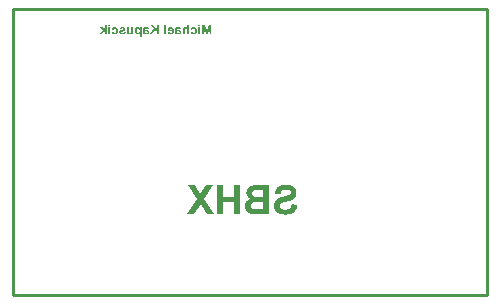
<source format=gbo>
G04 Layer_Color=32896*
%FSLAX25Y25*%
%MOIN*%
G70*
G01*
G75*
%ADD21C,0.01000*%
G36*
X63365Y87000D02*
X62752D01*
Y90194D01*
X63365D01*
Y87000D01*
D02*
G37*
G36*
X44764D02*
X44152D01*
Y89316D01*
X44764D01*
Y87000D01*
D02*
G37*
G36*
X74777D02*
X74165D01*
Y89316D01*
X74777D01*
Y87000D01*
D02*
G37*
G36*
X52468Y87848D02*
Y87789D01*
X52465Y87731D01*
X52459Y87679D01*
X52454Y87629D01*
X52448Y87585D01*
X52443Y87543D01*
X52434Y87504D01*
X52426Y87468D01*
X52421Y87438D01*
X52412Y87410D01*
X52407Y87388D01*
X52398Y87368D01*
X52395Y87355D01*
X52390Y87344D01*
X52387Y87338D01*
Y87335D01*
X52351Y87271D01*
X52310Y87213D01*
X52265Y87163D01*
X52221Y87125D01*
X52182Y87091D01*
X52149Y87069D01*
X52135Y87061D01*
X52127Y87055D01*
X52121Y87050D01*
X52118D01*
X52047Y87017D01*
X51974Y86992D01*
X51905Y86972D01*
X51839Y86961D01*
X51811Y86956D01*
X51783Y86953D01*
X51758Y86950D01*
X51739D01*
X51722Y86947D01*
X51700D01*
X51614Y86953D01*
X51534Y86964D01*
X51462Y86981D01*
X51396Y87000D01*
X51368Y87011D01*
X51343Y87019D01*
X51321Y87028D01*
X51301Y87036D01*
X51285Y87044D01*
X51274Y87047D01*
X51268Y87053D01*
X51265D01*
X51191Y87097D01*
X51124Y87144D01*
X51069Y87194D01*
X51019Y87241D01*
X50980Y87283D01*
X50966Y87299D01*
X50952Y87316D01*
X50944Y87330D01*
X50936Y87338D01*
X50933Y87344D01*
X50930Y87346D01*
Y87000D01*
X50362D01*
Y89316D01*
X50975D01*
Y88338D01*
Y88249D01*
X50977Y88169D01*
X50980Y88097D01*
X50983Y88030D01*
X50986Y87975D01*
X50988Y87922D01*
X50994Y87878D01*
X50997Y87839D01*
X51002Y87809D01*
X51008Y87781D01*
X51011Y87759D01*
X51013Y87742D01*
X51016Y87729D01*
X51019Y87720D01*
X51022Y87717D01*
Y87715D01*
X51044Y87670D01*
X51069Y87629D01*
X51096Y87590D01*
X51124Y87559D01*
X51152Y87535D01*
X51174Y87518D01*
X51188Y87504D01*
X51191Y87501D01*
X51193D01*
X51240Y87474D01*
X51288Y87451D01*
X51335Y87438D01*
X51379Y87427D01*
X51418Y87421D01*
X51445Y87418D01*
X51456Y87415D01*
X51473D01*
X51523Y87418D01*
X51567Y87427D01*
X51606Y87435D01*
X51639Y87449D01*
X51664Y87460D01*
X51684Y87468D01*
X51695Y87476D01*
X51700Y87479D01*
X51731Y87504D01*
X51756Y87532D01*
X51778Y87562D01*
X51794Y87590D01*
X51806Y87612D01*
X51817Y87634D01*
X51819Y87645D01*
X51822Y87651D01*
X51828Y87676D01*
X51833Y87709D01*
X51839Y87748D01*
X51841Y87792D01*
X51844Y87839D01*
X51847Y87889D01*
X51850Y87994D01*
X51853Y88044D01*
Y88091D01*
X51855Y88136D01*
Y88174D01*
Y88205D01*
Y88230D01*
Y88247D01*
Y88252D01*
Y89316D01*
X52468D01*
Y87848D01*
D02*
G37*
G36*
X65052Y89363D02*
X65132Y89352D01*
X65210Y89335D01*
X65279Y89316D01*
X65348Y89291D01*
X65409Y89263D01*
X65467Y89233D01*
X65520Y89202D01*
X65567Y89172D01*
X65608Y89141D01*
X65644Y89113D01*
X65672Y89089D01*
X65697Y89069D01*
X65714Y89053D01*
X65725Y89042D01*
X65728Y89039D01*
X65780Y88975D01*
X65827Y88906D01*
X65866Y88834D01*
X65899Y88759D01*
X65930Y88684D01*
X65955Y88609D01*
X65974Y88537D01*
X65988Y88465D01*
X66002Y88399D01*
X66010Y88338D01*
X66018Y88283D01*
X66021Y88233D01*
X66024Y88194D01*
X66027Y88163D01*
Y88152D01*
Y88144D01*
Y88141D01*
Y88139D01*
X66024Y88050D01*
X66016Y87967D01*
X66005Y87886D01*
X65991Y87812D01*
X65974Y87740D01*
X65955Y87673D01*
X65935Y87615D01*
X65913Y87559D01*
X65891Y87510D01*
X65872Y87465D01*
X65852Y87429D01*
X65836Y87399D01*
X65822Y87374D01*
X65808Y87355D01*
X65802Y87344D01*
X65799Y87341D01*
X65741Y87271D01*
X65678Y87211D01*
X65608Y87158D01*
X65536Y87114D01*
X65464Y87075D01*
X65390Y87044D01*
X65315Y87017D01*
X65246Y86997D01*
X65176Y86981D01*
X65113Y86970D01*
X65057Y86958D01*
X65007Y86953D01*
X64966Y86950D01*
X64949D01*
X64933Y86947D01*
X64908D01*
X64838Y86950D01*
X64772Y86956D01*
X64708Y86964D01*
X64647Y86975D01*
X64592Y86989D01*
X64539Y87003D01*
X64492Y87019D01*
X64448Y87036D01*
X64409Y87050D01*
X64373Y87067D01*
X64342Y87080D01*
X64318Y87094D01*
X64298Y87105D01*
X64284Y87114D01*
X64276Y87119D01*
X64273Y87122D01*
X64226Y87155D01*
X64185Y87194D01*
X64143Y87233D01*
X64107Y87277D01*
X64074Y87319D01*
X64043Y87360D01*
X64016Y87402D01*
X63991Y87443D01*
X63969Y87482D01*
X63949Y87518D01*
X63935Y87551D01*
X63921Y87579D01*
X63913Y87601D01*
X63905Y87621D01*
X63899Y87632D01*
Y87634D01*
X64509Y87737D01*
X64531Y87676D01*
X64553Y87623D01*
X64578Y87579D01*
X64603Y87543D01*
X64625Y87515D01*
X64642Y87496D01*
X64653Y87485D01*
X64658Y87482D01*
X64697Y87457D01*
X64736Y87438D01*
X64777Y87424D01*
X64816Y87415D01*
X64849Y87410D01*
X64874Y87404D01*
X64899D01*
X64938Y87407D01*
X64974Y87410D01*
X65043Y87427D01*
X65104Y87451D01*
X65154Y87479D01*
X65196Y87507D01*
X65212Y87521D01*
X65226Y87532D01*
X65237Y87540D01*
X65246Y87549D01*
X65248Y87551D01*
X65251Y87554D01*
X65276Y87585D01*
X65298Y87615D01*
X65318Y87651D01*
X65334Y87684D01*
X65359Y87756D01*
X65378Y87826D01*
X65384Y87856D01*
X65390Y87886D01*
X65392Y87911D01*
X65395Y87936D01*
Y87956D01*
X65398Y87969D01*
Y87978D01*
Y87981D01*
X63866D01*
Y88108D01*
X63874Y88227D01*
X63888Y88338D01*
X63908Y88440D01*
X63927Y88532D01*
X63952Y88618D01*
X63980Y88695D01*
X64005Y88765D01*
X64032Y88825D01*
X64060Y88878D01*
X64085Y88922D01*
X64107Y88958D01*
X64126Y88986D01*
X64140Y89006D01*
X64151Y89019D01*
X64154Y89022D01*
X64212Y89083D01*
X64273Y89136D01*
X64340Y89183D01*
X64406Y89222D01*
X64476Y89255D01*
X64542Y89283D01*
X64609Y89305D01*
X64672Y89324D01*
X64733Y89338D01*
X64789Y89346D01*
X64838Y89354D01*
X64883Y89360D01*
X64919Y89363D01*
X64946Y89366D01*
X64969D01*
X65052Y89363D01*
D02*
G37*
G36*
X48977D02*
X49060Y89357D01*
X49138Y89346D01*
X49210Y89332D01*
X49277Y89319D01*
X49337Y89302D01*
X49393Y89283D01*
X49440Y89263D01*
X49484Y89244D01*
X49520Y89224D01*
X49553Y89208D01*
X49578Y89194D01*
X49598Y89180D01*
X49612Y89169D01*
X49620Y89163D01*
X49623Y89161D01*
X49664Y89122D01*
X49700Y89080D01*
X49731Y89039D01*
X49758Y88994D01*
X49781Y88953D01*
X49800Y88911D01*
X49817Y88870D01*
X49828Y88831D01*
X49839Y88795D01*
X49844Y88759D01*
X49850Y88731D01*
X49855Y88704D01*
Y88684D01*
X49858Y88668D01*
Y88657D01*
Y88654D01*
X49855Y88593D01*
X49847Y88537D01*
X49833Y88482D01*
X49817Y88432D01*
X49795Y88385D01*
X49772Y88343D01*
X49747Y88305D01*
X49722Y88269D01*
X49698Y88238D01*
X49673Y88210D01*
X49650Y88186D01*
X49628Y88169D01*
X49612Y88152D01*
X49598Y88141D01*
X49589Y88136D01*
X49587Y88133D01*
X49567Y88122D01*
X49542Y88108D01*
X49490Y88083D01*
X49426Y88055D01*
X49357Y88030D01*
X49279Y88006D01*
X49202Y87981D01*
X49041Y87936D01*
X48966Y87914D01*
X48891Y87895D01*
X48825Y87878D01*
X48767Y87864D01*
X48739Y87859D01*
X48717Y87853D01*
X48698Y87848D01*
X48681Y87845D01*
X48667Y87842D01*
X48656Y87839D01*
X48651Y87836D01*
X48648D01*
X48592Y87823D01*
X48548Y87809D01*
X48515Y87795D01*
X48487Y87781D01*
X48465Y87773D01*
X48454Y87765D01*
X48445Y87759D01*
X48443Y87756D01*
X48429Y87737D01*
X48418Y87717D01*
X48410Y87698D01*
X48404Y87681D01*
X48401Y87665D01*
X48398Y87651D01*
Y87643D01*
Y87640D01*
X48401Y87604D01*
X48412Y87571D01*
X48423Y87543D01*
X48440Y87521D01*
X48454Y87501D01*
X48468Y87488D01*
X48479Y87479D01*
X48482Y87476D01*
X48531Y87449D01*
X48587Y87427D01*
X48645Y87413D01*
X48703Y87402D01*
X48756Y87396D01*
X48778Y87393D01*
X48797D01*
X48814Y87391D01*
X48836D01*
X48914Y87393D01*
X48980Y87404D01*
X49038Y87418D01*
X49085Y87438D01*
X49121Y87454D01*
X49149Y87468D01*
X49166Y87479D01*
X49169Y87482D01*
X49171D01*
X49213Y87521D01*
X49246Y87562D01*
X49274Y87609D01*
X49296Y87651D01*
X49310Y87692D01*
X49321Y87723D01*
X49324Y87737D01*
X49326Y87745D01*
X49329Y87751D01*
Y87753D01*
X49944Y87659D01*
X49927Y87598D01*
X49905Y87543D01*
X49880Y87488D01*
X49853Y87438D01*
X49825Y87393D01*
X49795Y87349D01*
X49764Y87310D01*
X49734Y87274D01*
X49706Y87244D01*
X49678Y87216D01*
X49653Y87194D01*
X49631Y87174D01*
X49612Y87158D01*
X49598Y87147D01*
X49589Y87141D01*
X49587Y87138D01*
X49531Y87105D01*
X49476Y87075D01*
X49415Y87050D01*
X49351Y87028D01*
X49290Y87008D01*
X49227Y86994D01*
X49166Y86981D01*
X49108Y86972D01*
X49052Y86964D01*
X49000Y86958D01*
X48955Y86953D01*
X48914Y86950D01*
X48880Y86947D01*
X48836D01*
X48742Y86950D01*
X48653Y86958D01*
X48570Y86970D01*
X48493Y86983D01*
X48423Y87000D01*
X48357Y87019D01*
X48299Y87039D01*
X48246Y87061D01*
X48202Y87083D01*
X48160Y87103D01*
X48127Y87122D01*
X48099Y87138D01*
X48077Y87152D01*
X48061Y87166D01*
X48052Y87172D01*
X48049Y87174D01*
X48002Y87219D01*
X47961Y87263D01*
X47925Y87310D01*
X47894Y87357D01*
X47869Y87404D01*
X47847Y87449D01*
X47831Y87493D01*
X47817Y87535D01*
X47806Y87573D01*
X47797Y87609D01*
X47792Y87643D01*
X47786Y87670D01*
Y87692D01*
X47783Y87709D01*
Y87720D01*
Y87723D01*
X47786Y87776D01*
X47792Y87826D01*
X47800Y87873D01*
X47814Y87917D01*
X47828Y87958D01*
X47844Y87994D01*
X47861Y88028D01*
X47880Y88058D01*
X47897Y88086D01*
X47916Y88111D01*
X47933Y88130D01*
X47947Y88147D01*
X47961Y88161D01*
X47969Y88169D01*
X47975Y88174D01*
X47977Y88177D01*
X48016Y88208D01*
X48063Y88235D01*
X48113Y88263D01*
X48166Y88288D01*
X48279Y88335D01*
X48393Y88374D01*
X48445Y88390D01*
X48495Y88404D01*
X48542Y88418D01*
X48581Y88429D01*
X48614Y88438D01*
X48639Y88443D01*
X48656Y88449D01*
X48662D01*
X48747Y88468D01*
X48825Y88487D01*
X48894Y88507D01*
X48955Y88524D01*
X49011Y88537D01*
X49055Y88551D01*
X49094Y88565D01*
X49127Y88576D01*
X49155Y88587D01*
X49180Y88595D01*
X49196Y88604D01*
X49210Y88609D01*
X49218Y88615D01*
X49224Y88618D01*
X49229Y88621D01*
X49249Y88640D01*
X49265Y88657D01*
X49277Y88676D01*
X49282Y88692D01*
X49288Y88709D01*
X49290Y88720D01*
Y88728D01*
Y88731D01*
X49288Y88759D01*
X49279Y88784D01*
X49268Y88806D01*
X49254Y88823D01*
X49243Y88836D01*
X49232Y88848D01*
X49224Y88853D01*
X49221Y88856D01*
X49199Y88867D01*
X49177Y88878D01*
X49121Y88895D01*
X49066Y88908D01*
X49008Y88917D01*
X48955Y88922D01*
X48933D01*
X48914Y88925D01*
X48875D01*
X48808Y88922D01*
X48747Y88914D01*
X48698Y88900D01*
X48656Y88889D01*
X48623Y88875D01*
X48601Y88861D01*
X48587Y88853D01*
X48581Y88850D01*
X48545Y88820D01*
X48515Y88789D01*
X48490Y88753D01*
X48470Y88720D01*
X48454Y88692D01*
X48445Y88668D01*
X48440Y88651D01*
X48437Y88648D01*
Y88645D01*
X47861Y88753D01*
X47880Y88809D01*
X47900Y88859D01*
X47925Y88908D01*
X47950Y88953D01*
X47975Y88994D01*
X48002Y89030D01*
X48027Y89064D01*
X48055Y89094D01*
X48080Y89122D01*
X48105Y89147D01*
X48127Y89166D01*
X48144Y89183D01*
X48160Y89194D01*
X48171Y89202D01*
X48180Y89208D01*
X48182Y89210D01*
X48229Y89238D01*
X48279Y89263D01*
X48332Y89283D01*
X48390Y89299D01*
X48506Y89327D01*
X48620Y89346D01*
X48673Y89352D01*
X48722Y89357D01*
X48770Y89360D01*
X48808Y89363D01*
X48842Y89366D01*
X48886D01*
X48977Y89363D01*
D02*
G37*
G36*
X97714Y27053D02*
X94116D01*
X93816Y27061D01*
X93541D01*
X93299Y27070D01*
X93083D01*
X92891Y27078D01*
X92724D01*
X92583Y27086D01*
X92458Y27095D01*
X92358D01*
X92275Y27103D01*
X92166D01*
X92133Y27111D01*
X92108D01*
X91833Y27161D01*
X91575Y27220D01*
X91358Y27295D01*
X91258Y27336D01*
X91167Y27378D01*
X91083Y27411D01*
X91017Y27453D01*
X90950Y27478D01*
X90900Y27511D01*
X90859Y27536D01*
X90833Y27553D01*
X90817Y27569D01*
X90808D01*
X90625Y27719D01*
X90459Y27886D01*
X90317Y28044D01*
X90192Y28203D01*
X90101Y28344D01*
X90059Y28403D01*
X90034Y28461D01*
X90009Y28502D01*
X89992Y28536D01*
X89976Y28552D01*
Y28561D01*
X89876Y28794D01*
X89801Y29019D01*
X89742Y29236D01*
X89709Y29427D01*
X89692Y29519D01*
X89684Y29594D01*
X89676Y29660D01*
Y29727D01*
X89667Y29769D01*
Y29802D01*
Y29827D01*
Y29835D01*
X89676Y29985D01*
X89684Y30135D01*
X89709Y30277D01*
X89742Y30410D01*
X89776Y30543D01*
X89817Y30660D01*
X89859Y30768D01*
X89901Y30876D01*
X89951Y30968D01*
X89992Y31043D01*
X90034Y31118D01*
X90067Y31176D01*
X90101Y31226D01*
X90126Y31260D01*
X90134Y31276D01*
X90142Y31285D01*
X90234Y31393D01*
X90334Y31501D01*
X90550Y31684D01*
X90775Y31834D01*
X90992Y31951D01*
X91092Y32001D01*
X91183Y32043D01*
X91275Y32084D01*
X91350Y32109D01*
X91408Y32134D01*
X91450Y32151D01*
X91483Y32159D01*
X91492D01*
X91267Y32276D01*
X91075Y32409D01*
X90908Y32542D01*
X90767Y32684D01*
X90659Y32809D01*
X90575Y32909D01*
X90542Y32951D01*
X90525Y32976D01*
X90509Y32992D01*
Y33001D01*
X90442Y33109D01*
X90384Y33217D01*
X90300Y33434D01*
X90234Y33642D01*
X90184Y33834D01*
X90175Y33917D01*
X90159Y34000D01*
X90150Y34067D01*
Y34125D01*
X90142Y34175D01*
Y34209D01*
Y34233D01*
Y34242D01*
X90159Y34467D01*
X90192Y34675D01*
X90234Y34867D01*
X90292Y35033D01*
X90317Y35100D01*
X90350Y35166D01*
X90375Y35225D01*
X90392Y35275D01*
X90417Y35308D01*
X90425Y35333D01*
X90442Y35350D01*
Y35358D01*
X90559Y35533D01*
X90675Y35691D01*
X90800Y35833D01*
X90917Y35950D01*
X91017Y36033D01*
X91100Y36099D01*
X91133Y36124D01*
X91158Y36141D01*
X91167Y36158D01*
X91175D01*
X91342Y36266D01*
X91517Y36349D01*
X91691Y36416D01*
X91841Y36474D01*
X91983Y36516D01*
X92041Y36524D01*
X92091Y36541D01*
X92125Y36549D01*
X92158D01*
X92175Y36557D01*
X92183D01*
X92291Y36574D01*
X92416Y36591D01*
X92550Y36608D01*
X92683Y36616D01*
X92966Y36632D01*
X93241Y36649D01*
X93491D01*
X93599Y36658D01*
X97714D01*
Y27053D01*
D02*
G37*
G36*
X103720Y36807D02*
X103903Y36791D01*
X104087Y36774D01*
X104253Y36749D01*
X104403Y36716D01*
X104553Y36683D01*
X104678Y36658D01*
X104803Y36624D01*
X104903Y36591D01*
X104994Y36566D01*
X105069Y36533D01*
X105128Y36516D01*
X105178Y36499D01*
X105203Y36483D01*
X105211D01*
X105353Y36416D01*
X105486Y36349D01*
X105611Y36266D01*
X105728Y36191D01*
X105836Y36108D01*
X105936Y36024D01*
X106027Y35950D01*
X106102Y35875D01*
X106177Y35800D01*
X106236Y35733D01*
X106294Y35666D01*
X106336Y35616D01*
X106369Y35566D01*
X106394Y35533D01*
X106402Y35516D01*
X106411Y35508D01*
X106486Y35391D01*
X106544Y35266D01*
X106602Y35150D01*
X106644Y35025D01*
X106719Y34800D01*
X106769Y34592D01*
X106786Y34492D01*
X106794Y34408D01*
X106802Y34333D01*
X106810Y34267D01*
X106819Y34217D01*
Y34175D01*
Y34150D01*
Y34142D01*
X106810Y33934D01*
X106777Y33734D01*
X106736Y33542D01*
X106677Y33359D01*
X106611Y33192D01*
X106536Y33026D01*
X106461Y32884D01*
X106377Y32751D01*
X106294Y32626D01*
X106219Y32517D01*
X106144Y32426D01*
X106077Y32351D01*
X106019Y32293D01*
X105977Y32243D01*
X105944Y32218D01*
X105936Y32209D01*
X105811Y32109D01*
X105661Y32009D01*
X105503Y31909D01*
X105328Y31826D01*
X104970Y31659D01*
X104611Y31526D01*
X104436Y31460D01*
X104278Y31410D01*
X104137Y31368D01*
X104003Y31326D01*
X103903Y31301D01*
X103820Y31276D01*
X103770Y31268D01*
X103762Y31260D01*
X103753D01*
X103537Y31210D01*
X103337Y31160D01*
X103154Y31110D01*
X102995Y31068D01*
X102854Y31026D01*
X102729Y30993D01*
X102612Y30968D01*
X102521Y30943D01*
X102437Y30918D01*
X102371Y30893D01*
X102312Y30876D01*
X102271Y30868D01*
X102237Y30860D01*
X102212Y30852D01*
X102196Y30843D01*
X102021Y30777D01*
X101879Y30702D01*
X101754Y30635D01*
X101654Y30568D01*
X101587Y30510D01*
X101538Y30468D01*
X101504Y30435D01*
X101496Y30427D01*
X101429Y30335D01*
X101379Y30235D01*
X101346Y30135D01*
X101321Y30044D01*
X101304Y29969D01*
X101296Y29902D01*
Y29860D01*
Y29844D01*
X101304Y29744D01*
X101313Y29652D01*
X101338Y29560D01*
X101371Y29477D01*
X101446Y29319D01*
X101529Y29186D01*
X101621Y29077D01*
X101696Y28994D01*
X101729Y28961D01*
X101754Y28936D01*
X101762Y28927D01*
X101771Y28919D01*
X101862Y28852D01*
X101971Y28794D01*
X102196Y28694D01*
X102429Y28627D01*
X102654Y28577D01*
X102762Y28561D01*
X102862Y28552D01*
X102954Y28536D01*
X103029D01*
X103095Y28527D01*
X103187D01*
X103345Y28536D01*
X103503Y28544D01*
X103645Y28569D01*
X103778Y28594D01*
X103903Y28627D01*
X104020Y28669D01*
X104128Y28711D01*
X104220Y28752D01*
X104303Y28786D01*
X104378Y28827D01*
X104445Y28869D01*
X104495Y28902D01*
X104536Y28927D01*
X104570Y28952D01*
X104586Y28961D01*
X104595Y28969D01*
X104686Y29061D01*
X104770Y29152D01*
X104920Y29377D01*
X105036Y29602D01*
X105128Y29835D01*
X105169Y29943D01*
X105194Y30044D01*
X105219Y30135D01*
X105244Y30210D01*
X105261Y30277D01*
X105269Y30327D01*
X105278Y30360D01*
Y30368D01*
X107169Y30185D01*
X107127Y29893D01*
X107069Y29619D01*
X106994Y29360D01*
X106910Y29119D01*
X106819Y28902D01*
X106719Y28694D01*
X106619Y28511D01*
X106519Y28352D01*
X106419Y28203D01*
X106327Y28078D01*
X106244Y27969D01*
X106169Y27886D01*
X106102Y27819D01*
X106052Y27769D01*
X106019Y27736D01*
X106011Y27728D01*
X105819Y27578D01*
X105611Y27453D01*
X105386Y27336D01*
X105161Y27245D01*
X104928Y27161D01*
X104686Y27095D01*
X104461Y27036D01*
X104236Y26995D01*
X104028Y26953D01*
X103828Y26928D01*
X103653Y26911D01*
X103503Y26903D01*
X103378Y26895D01*
X103329Y26886D01*
X103204D01*
X102970Y26895D01*
X102754Y26903D01*
X102545Y26920D01*
X102354Y26945D01*
X102171Y26970D01*
X101996Y26995D01*
X101838Y27028D01*
X101696Y27061D01*
X101563Y27095D01*
X101454Y27128D01*
X101354Y27153D01*
X101271Y27178D01*
X101204Y27203D01*
X101163Y27220D01*
X101129Y27236D01*
X101121D01*
X100971Y27303D01*
X100821Y27386D01*
X100688Y27461D01*
X100563Y27553D01*
X100446Y27636D01*
X100338Y27728D01*
X100246Y27819D01*
X100155Y27903D01*
X100080Y27986D01*
X100013Y28061D01*
X99955Y28128D01*
X99905Y28186D01*
X99872Y28236D01*
X99847Y28269D01*
X99830Y28294D01*
X99822Y28302D01*
X99738Y28436D01*
X99663Y28577D01*
X99605Y28719D01*
X99555Y28852D01*
X99472Y29111D01*
X99438Y29236D01*
X99413Y29352D01*
X99397Y29452D01*
X99380Y29552D01*
X99372Y29635D01*
X99363Y29710D01*
X99355Y29769D01*
Y29819D01*
Y29844D01*
Y29852D01*
Y30018D01*
X99372Y30177D01*
X99388Y30327D01*
X99413Y30477D01*
X99447Y30610D01*
X99480Y30735D01*
X99513Y30852D01*
X99547Y30951D01*
X99580Y31051D01*
X99613Y31135D01*
X99647Y31210D01*
X99680Y31268D01*
X99705Y31310D01*
X99722Y31351D01*
X99730Y31368D01*
X99738Y31376D01*
X99897Y31593D01*
X100063Y31793D01*
X100246Y31959D01*
X100413Y32093D01*
X100571Y32209D01*
X100638Y32251D01*
X100688Y32284D01*
X100738Y32318D01*
X100771Y32334D01*
X100796Y32351D01*
X100804D01*
X100938Y32418D01*
X101088Y32484D01*
X101246Y32551D01*
X101413Y32609D01*
X101762Y32726D01*
X102104Y32834D01*
X102262Y32876D01*
X102412Y32917D01*
X102545Y32951D01*
X102662Y32984D01*
X102762Y33009D01*
X102837Y33026D01*
X102879Y33042D01*
X102895D01*
X103145Y33101D01*
X103378Y33167D01*
X103587Y33226D01*
X103770Y33284D01*
X103937Y33342D01*
X104078Y33392D01*
X104211Y33442D01*
X104320Y33492D01*
X104411Y33534D01*
X104486Y33567D01*
X104553Y33600D01*
X104595Y33634D01*
X104636Y33650D01*
X104661Y33667D01*
X104670Y33684D01*
X104678D01*
X104770Y33775D01*
X104845Y33875D01*
X104895Y33975D01*
X104928Y34067D01*
X104945Y34150D01*
X104953Y34209D01*
X104961Y34250D01*
Y34267D01*
X104945Y34400D01*
X104911Y34517D01*
X104870Y34625D01*
X104811Y34708D01*
X104753Y34775D01*
X104711Y34825D01*
X104678Y34858D01*
X104661Y34867D01*
X104570Y34925D01*
X104461Y34983D01*
X104253Y35067D01*
X104028Y35133D01*
X103820Y35175D01*
X103720Y35191D01*
X103628Y35200D01*
X103545Y35208D01*
X103479D01*
X103420Y35216D01*
X103187D01*
X103054Y35200D01*
X102920Y35183D01*
X102804Y35166D01*
X102687Y35141D01*
X102587Y35116D01*
X102496Y35083D01*
X102421Y35058D01*
X102346Y35025D01*
X102287Y34991D01*
X102229Y34966D01*
X102187Y34942D01*
X102154Y34925D01*
X102129Y34908D01*
X102121Y34892D01*
X102112D01*
X102037Y34825D01*
X101971Y34750D01*
X101854Y34592D01*
X101754Y34408D01*
X101688Y34233D01*
X101629Y34075D01*
X101612Y34009D01*
X101596Y33950D01*
X101587Y33900D01*
X101579Y33859D01*
X101571Y33834D01*
Y33825D01*
X99630Y33909D01*
X99647Y34150D01*
X99688Y34383D01*
X99738Y34600D01*
X99805Y34800D01*
X99880Y34983D01*
X99955Y35158D01*
X100047Y35316D01*
X100130Y35466D01*
X100221Y35591D01*
X100305Y35708D01*
X100380Y35800D01*
X100455Y35883D01*
X100513Y35941D01*
X100555Y35991D01*
X100588Y36016D01*
X100596Y36024D01*
X100779Y36166D01*
X100971Y36291D01*
X101188Y36399D01*
X101404Y36491D01*
X101629Y36566D01*
X101854Y36632D01*
X102079Y36683D01*
X102296Y36724D01*
X102504Y36757D01*
X102695Y36783D01*
X102870Y36799D01*
X103020Y36816D01*
X103145D01*
X103195Y36824D01*
X103520D01*
X103720Y36807D01*
D02*
G37*
G36*
X88026Y27053D02*
X86085D01*
Y31251D01*
X82295D01*
Y27053D01*
X80354D01*
Y36658D01*
X82295D01*
Y32876D01*
X86085D01*
Y36658D01*
X88026D01*
Y27053D01*
D02*
G37*
G36*
X53991Y89360D02*
X54071Y89349D01*
X54143Y89332D01*
X54204Y89313D01*
X54232Y89302D01*
X54257Y89291D01*
X54276Y89283D01*
X54296Y89274D01*
X54310Y89269D01*
X54321Y89263D01*
X54326Y89258D01*
X54329D01*
X54396Y89213D01*
X54456Y89169D01*
X54506Y89122D01*
X54548Y89075D01*
X54584Y89036D01*
X54609Y89003D01*
X54617Y88992D01*
X54623Y88983D01*
X54628Y88978D01*
Y89316D01*
X55199D01*
Y86119D01*
X54587D01*
Y87283D01*
X54523Y87219D01*
X54462Y87166D01*
X54406Y87119D01*
X54360Y87083D01*
X54318Y87055D01*
X54301Y87047D01*
X54287Y87036D01*
X54276Y87031D01*
X54265Y87025D01*
X54263Y87022D01*
X54260D01*
X54199Y86997D01*
X54141Y86978D01*
X54080Y86967D01*
X54027Y86956D01*
X53980Y86950D01*
X53961D01*
X53944Y86947D01*
X53911D01*
X53836Y86950D01*
X53764Y86961D01*
X53697Y86978D01*
X53634Y86997D01*
X53573Y87022D01*
X53515Y87050D01*
X53462Y87078D01*
X53415Y87108D01*
X53373Y87138D01*
X53335Y87166D01*
X53301Y87194D01*
X53274Y87219D01*
X53251Y87238D01*
X53238Y87255D01*
X53227Y87266D01*
X53224Y87269D01*
X53174Y87332D01*
X53130Y87399D01*
X53091Y87471D01*
X53058Y87546D01*
X53030Y87621D01*
X53008Y87695D01*
X52988Y87767D01*
X52974Y87839D01*
X52963Y87906D01*
X52952Y87969D01*
X52947Y88025D01*
X52944Y88075D01*
X52941Y88113D01*
X52938Y88130D01*
Y88144D01*
Y88155D01*
Y88163D01*
Y88166D01*
Y88169D01*
X52941Y88271D01*
X52950Y88368D01*
X52963Y88460D01*
X52983Y88543D01*
X53005Y88623D01*
X53027Y88695D01*
X53052Y88759D01*
X53080Y88820D01*
X53105Y88872D01*
X53132Y88917D01*
X53154Y88956D01*
X53177Y88989D01*
X53196Y89014D01*
X53210Y89033D01*
X53218Y89044D01*
X53221Y89047D01*
X53276Y89102D01*
X53332Y89152D01*
X53390Y89194D01*
X53448Y89233D01*
X53506Y89263D01*
X53562Y89288D01*
X53617Y89310D01*
X53670Y89327D01*
X53720Y89338D01*
X53764Y89349D01*
X53805Y89357D01*
X53842Y89360D01*
X53869Y89363D01*
X53888Y89366D01*
X53908D01*
X53991Y89360D01*
D02*
G37*
G36*
X75998Y32051D02*
X79321Y27053D01*
X76989D01*
X74857Y30302D01*
X72732Y27053D01*
X70392D01*
X73707Y32051D01*
X70683Y36658D01*
X72941D01*
X74848Y33784D01*
X76748Y36658D01*
X79013D01*
X75998Y32051D01*
D02*
G37*
G36*
X67509Y89363D02*
X67583Y89357D01*
X67655Y89352D01*
X67722Y89341D01*
X67783Y89327D01*
X67838Y89313D01*
X67891Y89299D01*
X67935Y89285D01*
X67977Y89269D01*
X68010Y89255D01*
X68041Y89241D01*
X68063Y89227D01*
X68082Y89216D01*
X68096Y89210D01*
X68104Y89205D01*
X68107Y89202D01*
X68148Y89169D01*
X68187Y89136D01*
X68221Y89097D01*
X68254Y89058D01*
X68284Y89017D01*
X68309Y88975D01*
X68334Y88933D01*
X68353Y88895D01*
X68373Y88856D01*
X68387Y88820D01*
X68401Y88789D01*
X68412Y88762D01*
X68417Y88740D01*
X68423Y88720D01*
X68428Y88709D01*
Y88706D01*
X67871Y88607D01*
X67849Y88662D01*
X67824Y88709D01*
X67800Y88748D01*
X67777Y88778D01*
X67755Y88803D01*
X67738Y88820D01*
X67728Y88828D01*
X67725Y88831D01*
X67689Y88853D01*
X67647Y88870D01*
X67603Y88881D01*
X67564Y88889D01*
X67525Y88895D01*
X67498Y88898D01*
X67426D01*
X67387Y88895D01*
X67348Y88889D01*
X67315Y88886D01*
X67284Y88881D01*
X67259Y88872D01*
X67234Y88867D01*
X67212Y88859D01*
X67196Y88850D01*
X67179Y88845D01*
X67157Y88831D01*
X67143Y88823D01*
X67140Y88820D01*
X67110Y88787D01*
X67088Y88751D01*
X67074Y88709D01*
X67063Y88668D01*
X67057Y88629D01*
X67052Y88598D01*
Y88587D01*
Y88579D01*
Y88573D01*
Y88571D01*
Y88510D01*
X67085Y88496D01*
X67124Y88482D01*
X67168Y88468D01*
X67215Y88454D01*
X67315Y88429D01*
X67412Y88407D01*
X67459Y88396D01*
X67503Y88388D01*
X67545Y88380D01*
X67581Y88371D01*
X67608Y88366D01*
X67630Y88360D01*
X67644Y88357D01*
X67650D01*
X67708Y88346D01*
X67764Y88332D01*
X67813Y88321D01*
X67860Y88310D01*
X67905Y88296D01*
X67944Y88285D01*
X67980Y88274D01*
X68013Y88263D01*
X68043Y88252D01*
X68068Y88244D01*
X68088Y88235D01*
X68107Y88227D01*
X68121Y88222D01*
X68129Y88216D01*
X68135Y88213D01*
X68137D01*
X68198Y88180D01*
X68251Y88144D01*
X68295Y88103D01*
X68331Y88066D01*
X68362Y88030D01*
X68384Y88003D01*
X68389Y87992D01*
X68395Y87983D01*
X68401Y87981D01*
Y87978D01*
X68431Y87920D01*
X68453Y87859D01*
X68470Y87801D01*
X68481Y87748D01*
X68486Y87701D01*
X68489Y87681D01*
Y87665D01*
X68492Y87651D01*
Y87640D01*
Y87634D01*
Y87632D01*
X68489Y87576D01*
X68484Y87526D01*
X68473Y87476D01*
X68459Y87429D01*
X68445Y87388D01*
X68428Y87346D01*
X68409Y87310D01*
X68389Y87274D01*
X68370Y87244D01*
X68351Y87219D01*
X68334Y87197D01*
X68320Y87177D01*
X68306Y87161D01*
X68295Y87150D01*
X68290Y87144D01*
X68287Y87141D01*
X68246Y87108D01*
X68204Y87078D01*
X68160Y87053D01*
X68112Y87031D01*
X68065Y87011D01*
X68018Y86994D01*
X67974Y86981D01*
X67930Y86972D01*
X67888Y86964D01*
X67849Y86958D01*
X67813Y86953D01*
X67783Y86950D01*
X67758Y86947D01*
X67725D01*
X67650Y86950D01*
X67578Y86958D01*
X67514Y86972D01*
X67456Y86986D01*
X67431Y86992D01*
X67409Y86997D01*
X67390Y87006D01*
X67373Y87011D01*
X67359Y87017D01*
X67351Y87019D01*
X67345Y87022D01*
X67342D01*
X67276Y87055D01*
X67215Y87091D01*
X67157Y87130D01*
X67107Y87166D01*
X67065Y87199D01*
X67049Y87213D01*
X67035Y87227D01*
X67024Y87238D01*
X67016Y87247D01*
X67010Y87249D01*
X67007Y87252D01*
X67005Y87244D01*
X66999Y87233D01*
X66993Y87211D01*
X66991Y87199D01*
X66988Y87188D01*
X66985Y87183D01*
Y87180D01*
X66971Y87138D01*
X66960Y87103D01*
X66949Y87072D01*
X66941Y87044D01*
X66935Y87025D01*
X66930Y87011D01*
X66924Y87003D01*
Y87000D01*
X66317D01*
X66345Y87061D01*
X66367Y87116D01*
X66387Y87169D01*
X66403Y87216D01*
X66414Y87252D01*
X66423Y87283D01*
X66426Y87294D01*
Y87302D01*
X66428Y87305D01*
Y87308D01*
X66434Y87338D01*
X66437Y87368D01*
X66445Y87440D01*
X66451Y87515D01*
X66453Y87587D01*
Y87623D01*
Y87654D01*
X66456Y87684D01*
Y87709D01*
Y87731D01*
Y87745D01*
Y87756D01*
Y87759D01*
X66448Y88474D01*
Y88546D01*
X66451Y88612D01*
X66456Y88673D01*
X66462Y88728D01*
X66467Y88778D01*
X66473Y88823D01*
X66481Y88861D01*
X66489Y88898D01*
X66498Y88928D01*
X66503Y88953D01*
X66511Y88975D01*
X66517Y88992D01*
X66523Y89006D01*
X66528Y89014D01*
X66531Y89019D01*
Y89022D01*
X66548Y89050D01*
X66567Y89075D01*
X66611Y89125D01*
X66658Y89166D01*
X66705Y89202D01*
X66747Y89230D01*
X66766Y89241D01*
X66783Y89252D01*
X66797Y89258D01*
X66808Y89263D01*
X66813Y89269D01*
X66816D01*
X66855Y89285D01*
X66899Y89302D01*
X66946Y89313D01*
X66996Y89324D01*
X67096Y89341D01*
X67196Y89354D01*
X67243Y89357D01*
X67284Y89360D01*
X67323Y89363D01*
X67359D01*
X67387Y89366D01*
X67426D01*
X67509Y89363D01*
D02*
G37*
G36*
X56841D02*
X56916Y89357D01*
X56988Y89352D01*
X57055Y89341D01*
X57116Y89327D01*
X57171Y89313D01*
X57224Y89299D01*
X57268Y89285D01*
X57310Y89269D01*
X57343Y89255D01*
X57373Y89241D01*
X57395Y89227D01*
X57415Y89216D01*
X57429Y89210D01*
X57437Y89205D01*
X57440Y89202D01*
X57481Y89169D01*
X57520Y89136D01*
X57553Y89097D01*
X57586Y89058D01*
X57617Y89017D01*
X57642Y88975D01*
X57667Y88933D01*
X57686Y88895D01*
X57706Y88856D01*
X57719Y88820D01*
X57733Y88789D01*
X57744Y88762D01*
X57750Y88740D01*
X57756Y88720D01*
X57761Y88709D01*
Y88706D01*
X57204Y88607D01*
X57182Y88662D01*
X57157Y88709D01*
X57132Y88748D01*
X57110Y88778D01*
X57088Y88803D01*
X57071Y88820D01*
X57060Y88828D01*
X57057Y88831D01*
X57021Y88853D01*
X56980Y88870D01*
X56936Y88881D01*
X56897Y88889D01*
X56858Y88895D01*
X56830Y88898D01*
X56758D01*
X56719Y88895D01*
X56681Y88889D01*
X56647Y88886D01*
X56617Y88881D01*
X56592Y88872D01*
X56567Y88867D01*
X56545Y88859D01*
X56528Y88850D01*
X56512Y88845D01*
X56490Y88831D01*
X56476Y88823D01*
X56473Y88820D01*
X56442Y88787D01*
X56420Y88751D01*
X56406Y88709D01*
X56395Y88668D01*
X56390Y88629D01*
X56384Y88598D01*
Y88587D01*
Y88579D01*
Y88573D01*
Y88571D01*
Y88510D01*
X56418Y88496D01*
X56456Y88482D01*
X56501Y88468D01*
X56548Y88454D01*
X56647Y88429D01*
X56744Y88407D01*
X56792Y88396D01*
X56836Y88388D01*
X56877Y88380D01*
X56913Y88371D01*
X56941Y88366D01*
X56963Y88360D01*
X56977Y88357D01*
X56983D01*
X57041Y88346D01*
X57096Y88332D01*
X57146Y88321D01*
X57193Y88310D01*
X57237Y88296D01*
X57276Y88285D01*
X57312Y88274D01*
X57345Y88263D01*
X57376Y88252D01*
X57401Y88244D01*
X57420Y88235D01*
X57440Y88227D01*
X57454Y88222D01*
X57462Y88216D01*
X57467Y88213D01*
X57470D01*
X57531Y88180D01*
X57584Y88144D01*
X57628Y88103D01*
X57664Y88066D01*
X57695Y88030D01*
X57717Y88003D01*
X57722Y87992D01*
X57728Y87983D01*
X57733Y87981D01*
Y87978D01*
X57764Y87920D01*
X57786Y87859D01*
X57803Y87801D01*
X57814Y87748D01*
X57819Y87701D01*
X57822Y87681D01*
Y87665D01*
X57825Y87651D01*
Y87640D01*
Y87634D01*
Y87632D01*
X57822Y87576D01*
X57816Y87526D01*
X57805Y87476D01*
X57792Y87429D01*
X57778Y87388D01*
X57761Y87346D01*
X57742Y87310D01*
X57722Y87274D01*
X57703Y87244D01*
X57683Y87219D01*
X57667Y87197D01*
X57653Y87177D01*
X57639Y87161D01*
X57628Y87150D01*
X57622Y87144D01*
X57620Y87141D01*
X57578Y87108D01*
X57537Y87078D01*
X57492Y87053D01*
X57445Y87031D01*
X57398Y87011D01*
X57351Y86994D01*
X57307Y86981D01*
X57262Y86972D01*
X57221Y86964D01*
X57182Y86958D01*
X57146Y86953D01*
X57116Y86950D01*
X57091Y86947D01*
X57057D01*
X56983Y86950D01*
X56911Y86958D01*
X56847Y86972D01*
X56789Y86986D01*
X56764Y86992D01*
X56742Y86997D01*
X56722Y87006D01*
X56706Y87011D01*
X56692Y87017D01*
X56683Y87019D01*
X56678Y87022D01*
X56675D01*
X56609Y87055D01*
X56548Y87091D01*
X56490Y87130D01*
X56440Y87166D01*
X56398Y87199D01*
X56382Y87213D01*
X56368Y87227D01*
X56357Y87238D01*
X56348Y87247D01*
X56343Y87249D01*
X56340Y87252D01*
X56337Y87244D01*
X56332Y87233D01*
X56326Y87211D01*
X56323Y87199D01*
X56321Y87188D01*
X56318Y87183D01*
Y87180D01*
X56304Y87138D01*
X56293Y87103D01*
X56282Y87072D01*
X56274Y87044D01*
X56268Y87025D01*
X56262Y87011D01*
X56257Y87003D01*
Y87000D01*
X55650D01*
X55678Y87061D01*
X55700Y87116D01*
X55720Y87169D01*
X55736Y87216D01*
X55747Y87252D01*
X55756Y87283D01*
X55758Y87294D01*
Y87302D01*
X55761Y87305D01*
Y87308D01*
X55767Y87338D01*
X55769Y87368D01*
X55778Y87440D01*
X55783Y87515D01*
X55786Y87587D01*
Y87623D01*
Y87654D01*
X55789Y87684D01*
Y87709D01*
Y87731D01*
Y87745D01*
Y87756D01*
Y87759D01*
X55781Y88474D01*
Y88546D01*
X55783Y88612D01*
X55789Y88673D01*
X55794Y88728D01*
X55800Y88778D01*
X55805Y88823D01*
X55814Y88861D01*
X55822Y88898D01*
X55830Y88928D01*
X55836Y88953D01*
X55844Y88975D01*
X55850Y88992D01*
X55855Y89006D01*
X55861Y89014D01*
X55864Y89019D01*
Y89022D01*
X55880Y89050D01*
X55900Y89075D01*
X55944Y89125D01*
X55991Y89166D01*
X56038Y89202D01*
X56080Y89230D01*
X56099Y89241D01*
X56116Y89252D01*
X56129Y89258D01*
X56141Y89263D01*
X56146Y89269D01*
X56149D01*
X56188Y89285D01*
X56232Y89302D01*
X56279Y89313D01*
X56329Y89324D01*
X56429Y89341D01*
X56528Y89354D01*
X56576Y89357D01*
X56617Y89360D01*
X56656Y89363D01*
X56692D01*
X56719Y89366D01*
X56758D01*
X56841Y89363D01*
D02*
G37*
G36*
X43545Y87000D02*
X42933D01*
Y87740D01*
X42651Y88039D01*
X42066Y87000D01*
X41407D01*
X42255Y88468D01*
X41462Y89316D01*
X42216D01*
X42933Y88499D01*
Y90194D01*
X43545D01*
Y87000D01*
D02*
G37*
G36*
X60872D02*
X60226D01*
Y87964D01*
X59706Y88499D01*
X58828Y87000D01*
X57994D01*
X59262Y88950D01*
X58060Y90194D01*
X58927D01*
X60226Y88776D01*
Y90194D01*
X60872D01*
Y87000D01*
D02*
G37*
G36*
X74777Y89626D02*
X74165D01*
Y90194D01*
X74777D01*
Y89626D01*
D02*
G37*
G36*
X44764D02*
X44152D01*
Y90194D01*
X44764D01*
Y89626D01*
D02*
G37*
G36*
X71060Y87000D02*
X70448D01*
Y88158D01*
Y88210D01*
X70445Y88260D01*
X70442Y88307D01*
X70439Y88349D01*
X70434Y88388D01*
X70431Y88424D01*
X70425Y88457D01*
X70420Y88487D01*
X70414Y88512D01*
X70409Y88535D01*
X70406Y88554D01*
X70401Y88571D01*
X70398Y88582D01*
X70395Y88593D01*
X70392Y88595D01*
Y88598D01*
X70370Y88651D01*
X70342Y88695D01*
X70312Y88734D01*
X70284Y88767D01*
X70259Y88792D01*
X70237Y88809D01*
X70223Y88820D01*
X70218Y88823D01*
X70171Y88848D01*
X70126Y88867D01*
X70079Y88878D01*
X70038Y88889D01*
X70002Y88895D01*
X69971Y88898D01*
X69946D01*
X69896Y88895D01*
X69855Y88889D01*
X69816Y88878D01*
X69786Y88870D01*
X69758Y88859D01*
X69741Y88848D01*
X69727Y88842D01*
X69725Y88839D01*
X69694Y88817D01*
X69666Y88789D01*
X69647Y88765D01*
X69628Y88740D01*
X69617Y88717D01*
X69605Y88698D01*
X69603Y88687D01*
X69600Y88681D01*
X69594Y88659D01*
X69589Y88634D01*
X69583Y88604D01*
X69578Y88568D01*
X69572Y88493D01*
X69569Y88415D01*
X69567Y88377D01*
Y88341D01*
X69564Y88307D01*
Y88280D01*
Y88255D01*
Y88238D01*
Y88227D01*
Y88222D01*
Y87000D01*
X68952D01*
Y88354D01*
Y88413D01*
Y88465D01*
X68955Y88512D01*
X68957Y88560D01*
X68960Y88601D01*
X68963Y88637D01*
X68966Y88670D01*
X68968Y88701D01*
X68971Y88728D01*
X68974Y88751D01*
X68977Y88770D01*
X68980Y88787D01*
X68982Y88798D01*
Y88809D01*
X68985Y88812D01*
Y88814D01*
X68999Y88870D01*
X69016Y88920D01*
X69035Y88967D01*
X69057Y89006D01*
X69074Y89039D01*
X69090Y89064D01*
X69101Y89080D01*
X69104Y89086D01*
X69140Y89130D01*
X69179Y89169D01*
X69223Y89202D01*
X69265Y89233D01*
X69301Y89255D01*
X69331Y89271D01*
X69342Y89277D01*
X69351Y89283D01*
X69356Y89285D01*
X69359D01*
X69423Y89313D01*
X69489Y89332D01*
X69553Y89346D01*
X69614Y89354D01*
X69664Y89363D01*
X69686D01*
X69705Y89366D01*
X69741D01*
X69816Y89363D01*
X69888Y89352D01*
X69957Y89332D01*
X70024Y89310D01*
X70087Y89285D01*
X70146Y89255D01*
X70198Y89222D01*
X70248Y89191D01*
X70293Y89158D01*
X70331Y89125D01*
X70367Y89094D01*
X70395Y89069D01*
X70417Y89047D01*
X70434Y89028D01*
X70445Y89017D01*
X70448Y89014D01*
Y90194D01*
X71060D01*
Y87000D01*
D02*
G37*
G36*
X72644Y89363D02*
X72733Y89352D01*
X72819Y89335D01*
X72896Y89316D01*
X72968Y89291D01*
X73038Y89263D01*
X73098Y89235D01*
X73154Y89205D01*
X73204Y89174D01*
X73248Y89147D01*
X73284Y89119D01*
X73315Y89094D01*
X73339Y89075D01*
X73356Y89058D01*
X73367Y89047D01*
X73370Y89044D01*
X73423Y88981D01*
X73470Y88914D01*
X73511Y88845D01*
X73545Y88770D01*
X73575Y88695D01*
X73597Y88623D01*
X73619Y88548D01*
X73633Y88479D01*
X73647Y88413D01*
X73655Y88352D01*
X73664Y88296D01*
X73666Y88247D01*
X73669Y88208D01*
X73672Y88177D01*
Y88166D01*
Y88158D01*
Y88155D01*
Y88152D01*
X73669Y88050D01*
X73658Y87953D01*
X73644Y87862D01*
X73625Y87776D01*
X73603Y87695D01*
X73578Y87623D01*
X73550Y87557D01*
X73522Y87499D01*
X73495Y87443D01*
X73467Y87396D01*
X73442Y87357D01*
X73420Y87324D01*
X73400Y87299D01*
X73387Y87280D01*
X73375Y87269D01*
X73373Y87266D01*
X73315Y87211D01*
X73251Y87161D01*
X73184Y87119D01*
X73118Y87083D01*
X73051Y87050D01*
X72982Y87025D01*
X72918Y87003D01*
X72855Y86986D01*
X72794Y86975D01*
X72738Y86964D01*
X72689Y86958D01*
X72644Y86953D01*
X72611Y86950D01*
X72583Y86947D01*
X72561D01*
X72481Y86950D01*
X72403Y86956D01*
X72328Y86967D01*
X72262Y86981D01*
X72198Y86997D01*
X72140Y87014D01*
X72088Y87033D01*
X72038Y87053D01*
X71993Y87072D01*
X71957Y87091D01*
X71924Y87108D01*
X71896Y87125D01*
X71877Y87138D01*
X71860Y87150D01*
X71852Y87155D01*
X71849Y87158D01*
X71802Y87199D01*
X71758Y87247D01*
X71716Y87294D01*
X71680Y87344D01*
X71647Y87396D01*
X71619Y87449D01*
X71592Y87501D01*
X71570Y87551D01*
X71550Y87598D01*
X71534Y87643D01*
X71520Y87681D01*
X71509Y87715D01*
X71500Y87745D01*
X71495Y87765D01*
X71489Y87778D01*
Y87784D01*
X72090Y87886D01*
X72098Y87842D01*
X72110Y87801D01*
X72123Y87765D01*
X72135Y87731D01*
X72148Y87698D01*
X72159Y87670D01*
X72173Y87645D01*
X72187Y87623D01*
X72198Y87604D01*
X72209Y87587D01*
X72229Y87562D01*
X72243Y87549D01*
X72248Y87543D01*
X72292Y87510D01*
X72339Y87488D01*
X72387Y87471D01*
X72431Y87457D01*
X72473Y87451D01*
X72503Y87449D01*
X72517Y87446D01*
X72533D01*
X72575Y87449D01*
X72616Y87454D01*
X72655Y87463D01*
X72691Y87474D01*
X72755Y87499D01*
X72808Y87532D01*
X72833Y87546D01*
X72852Y87562D01*
X72869Y87576D01*
X72882Y87590D01*
X72894Y87598D01*
X72902Y87607D01*
X72905Y87612D01*
X72907Y87615D01*
X72932Y87648D01*
X72952Y87690D01*
X72971Y87731D01*
X72985Y87778D01*
X73010Y87873D01*
X73027Y87969D01*
X73032Y88014D01*
X73035Y88058D01*
X73038Y88097D01*
X73040Y88130D01*
X73043Y88158D01*
Y88180D01*
Y88191D01*
Y88197D01*
X73040Y88263D01*
X73038Y88324D01*
X73029Y88382D01*
X73021Y88435D01*
X73013Y88482D01*
X72999Y88526D01*
X72988Y88565D01*
X72974Y88598D01*
X72963Y88629D01*
X72949Y88654D01*
X72938Y88676D01*
X72930Y88692D01*
X72918Y88706D01*
X72913Y88715D01*
X72910Y88720D01*
X72907Y88723D01*
X72880Y88751D01*
X72852Y88776D01*
X72824Y88798D01*
X72794Y88817D01*
X72763Y88831D01*
X72733Y88845D01*
X72675Y88864D01*
X72622Y88875D01*
X72600Y88878D01*
X72583Y88881D01*
X72567Y88884D01*
X72544D01*
X72484Y88881D01*
X72428Y88870D01*
X72378Y88856D01*
X72339Y88839D01*
X72306Y88820D01*
X72284Y88806D01*
X72270Y88795D01*
X72265Y88792D01*
X72229Y88753D01*
X72198Y88712D01*
X72173Y88668D01*
X72154Y88623D01*
X72140Y88582D01*
X72129Y88551D01*
X72126Y88537D01*
Y88529D01*
X72123Y88524D01*
Y88521D01*
X71520Y88629D01*
X71542Y88695D01*
X71567Y88759D01*
X71594Y88817D01*
X71622Y88872D01*
X71653Y88922D01*
X71683Y88967D01*
X71711Y89008D01*
X71741Y89044D01*
X71769Y89078D01*
X71794Y89105D01*
X71819Y89130D01*
X71838Y89149D01*
X71855Y89163D01*
X71869Y89174D01*
X71877Y89180D01*
X71880Y89183D01*
X71930Y89216D01*
X71979Y89244D01*
X72035Y89269D01*
X72090Y89288D01*
X72146Y89307D01*
X72201Y89321D01*
X72256Y89332D01*
X72309Y89343D01*
X72359Y89352D01*
X72403Y89357D01*
X72445Y89360D01*
X72481Y89363D01*
X72509Y89366D01*
X72550D01*
X72644Y89363D01*
D02*
G37*
G36*
X46354D02*
X46443Y89352D01*
X46529Y89335D01*
X46606Y89316D01*
X46678Y89291D01*
X46747Y89263D01*
X46808Y89235D01*
X46864Y89205D01*
X46914Y89174D01*
X46958Y89147D01*
X46994Y89119D01*
X47025Y89094D01*
X47049Y89075D01*
X47066Y89058D01*
X47077Y89047D01*
X47080Y89044D01*
X47133Y88981D01*
X47180Y88914D01*
X47221Y88845D01*
X47254Y88770D01*
X47285Y88695D01*
X47307Y88623D01*
X47329Y88548D01*
X47343Y88479D01*
X47357Y88413D01*
X47365Y88352D01*
X47374Y88296D01*
X47376Y88247D01*
X47379Y88208D01*
X47382Y88177D01*
Y88166D01*
Y88158D01*
Y88155D01*
Y88152D01*
X47379Y88050D01*
X47368Y87953D01*
X47354Y87862D01*
X47335Y87776D01*
X47313Y87695D01*
X47288Y87623D01*
X47260Y87557D01*
X47232Y87499D01*
X47205Y87443D01*
X47177Y87396D01*
X47152Y87357D01*
X47130Y87324D01*
X47110Y87299D01*
X47096Y87280D01*
X47085Y87269D01*
X47083Y87266D01*
X47025Y87211D01*
X46961Y87161D01*
X46894Y87119D01*
X46828Y87083D01*
X46761Y87050D01*
X46692Y87025D01*
X46628Y87003D01*
X46565Y86986D01*
X46504Y86975D01*
X46448Y86964D01*
X46398Y86958D01*
X46354Y86953D01*
X46321Y86950D01*
X46293Y86947D01*
X46271D01*
X46191Y86950D01*
X46113Y86956D01*
X46038Y86967D01*
X45972Y86981D01*
X45908Y86997D01*
X45850Y87014D01*
X45797Y87033D01*
X45748Y87053D01*
X45703Y87072D01*
X45667Y87091D01*
X45634Y87108D01*
X45606Y87125D01*
X45587Y87138D01*
X45570Y87150D01*
X45562Y87155D01*
X45559Y87158D01*
X45512Y87199D01*
X45468Y87247D01*
X45426Y87294D01*
X45390Y87344D01*
X45357Y87396D01*
X45329Y87449D01*
X45301Y87501D01*
X45279Y87551D01*
X45260Y87598D01*
X45243Y87643D01*
X45230Y87681D01*
X45219Y87715D01*
X45210Y87745D01*
X45205Y87765D01*
X45199Y87778D01*
Y87784D01*
X45800Y87886D01*
X45809Y87842D01*
X45820Y87801D01*
X45833Y87765D01*
X45845Y87731D01*
X45858Y87698D01*
X45869Y87670D01*
X45883Y87645D01*
X45897Y87623D01*
X45908Y87604D01*
X45919Y87587D01*
X45939Y87562D01*
X45952Y87549D01*
X45958Y87543D01*
X46002Y87510D01*
X46049Y87488D01*
X46097Y87471D01*
X46141Y87457D01*
X46182Y87451D01*
X46213Y87449D01*
X46227Y87446D01*
X46243D01*
X46285Y87449D01*
X46326Y87454D01*
X46365Y87463D01*
X46401Y87474D01*
X46465Y87499D01*
X46518Y87532D01*
X46543Y87546D01*
X46562Y87562D01*
X46578Y87576D01*
X46592Y87590D01*
X46603Y87598D01*
X46612Y87607D01*
X46615Y87612D01*
X46617Y87615D01*
X46642Y87648D01*
X46662Y87690D01*
X46681Y87731D01*
X46695Y87778D01*
X46720Y87873D01*
X46736Y87969D01*
X46742Y88014D01*
X46745Y88058D01*
X46747Y88097D01*
X46750Y88130D01*
X46753Y88158D01*
Y88180D01*
Y88191D01*
Y88197D01*
X46750Y88263D01*
X46747Y88324D01*
X46739Y88382D01*
X46731Y88435D01*
X46723Y88482D01*
X46709Y88526D01*
X46698Y88565D01*
X46684Y88598D01*
X46673Y88629D01*
X46659Y88654D01*
X46648Y88676D01*
X46639Y88692D01*
X46628Y88706D01*
X46623Y88715D01*
X46620Y88720D01*
X46617Y88723D01*
X46590Y88751D01*
X46562Y88776D01*
X46534Y88798D01*
X46504Y88817D01*
X46473Y88831D01*
X46443Y88845D01*
X46385Y88864D01*
X46332Y88875D01*
X46310Y88878D01*
X46293Y88881D01*
X46277Y88884D01*
X46254D01*
X46194Y88881D01*
X46138Y88870D01*
X46088Y88856D01*
X46049Y88839D01*
X46016Y88820D01*
X45994Y88806D01*
X45980Y88795D01*
X45975Y88792D01*
X45939Y88753D01*
X45908Y88712D01*
X45883Y88668D01*
X45864Y88623D01*
X45850Y88582D01*
X45839Y88551D01*
X45836Y88537D01*
Y88529D01*
X45833Y88524D01*
Y88521D01*
X45230Y88629D01*
X45252Y88695D01*
X45277Y88759D01*
X45304Y88817D01*
X45332Y88872D01*
X45362Y88922D01*
X45393Y88967D01*
X45421Y89008D01*
X45451Y89044D01*
X45479Y89078D01*
X45504Y89105D01*
X45529Y89130D01*
X45548Y89149D01*
X45565Y89163D01*
X45579Y89174D01*
X45587Y89180D01*
X45590Y89183D01*
X45640Y89216D01*
X45689Y89244D01*
X45745Y89269D01*
X45800Y89288D01*
X45856Y89307D01*
X45911Y89321D01*
X45966Y89332D01*
X46019Y89343D01*
X46069Y89352D01*
X46113Y89357D01*
X46155Y89360D01*
X46191Y89363D01*
X46218Y89366D01*
X46260D01*
X46354Y89363D01*
D02*
G37*
G36*
X78500Y87000D02*
X77902D01*
Y89512D01*
X77270Y87000D01*
X76650D01*
X76018Y89512D01*
X76015Y87000D01*
X75417D01*
Y90194D01*
X76386D01*
X76957Y88014D01*
X77536Y90194D01*
X78500D01*
Y87000D01*
D02*
G37*
%LPC*%
G36*
X64949Y88898D02*
X64930D01*
X64894Y88895D01*
X64863Y88892D01*
X64800Y88875D01*
X64747Y88853D01*
X64700Y88828D01*
X64661Y88803D01*
X64633Y88781D01*
X64625Y88773D01*
X64617Y88765D01*
X64614Y88762D01*
X64611Y88759D01*
X64589Y88731D01*
X64567Y88701D01*
X64534Y88637D01*
X64509Y88571D01*
X64492Y88504D01*
X64487Y88474D01*
X64481Y88446D01*
X64478Y88421D01*
X64476Y88399D01*
Y88380D01*
X64473Y88366D01*
Y88357D01*
Y88354D01*
X65390D01*
X65387Y88399D01*
X65384Y88443D01*
X65370Y88521D01*
X65359Y88557D01*
X65348Y88590D01*
X65337Y88621D01*
X65323Y88645D01*
X65312Y88670D01*
X65301Y88692D01*
X65290Y88709D01*
X65279Y88723D01*
X65271Y88737D01*
X65265Y88745D01*
X65259Y88748D01*
Y88751D01*
X65235Y88776D01*
X65207Y88801D01*
X65182Y88820D01*
X65154Y88836D01*
X65099Y88861D01*
X65046Y88878D01*
X64999Y88889D01*
X64980Y88892D01*
X64963Y88895D01*
X64949Y88898D01*
D02*
G37*
G36*
X95773Y31243D02*
X93966D01*
X93749Y31235D01*
X93557Y31226D01*
X93383Y31218D01*
X93224Y31210D01*
X93083Y31201D01*
X92958Y31185D01*
X92849Y31176D01*
X92758Y31160D01*
X92683Y31143D01*
X92624Y31135D01*
X92575Y31126D01*
X92533Y31118D01*
X92508Y31110D01*
X92500Y31101D01*
X92491D01*
X92350Y31043D01*
X92225Y30976D01*
X92125Y30902D01*
X92033Y30835D01*
X91966Y30768D01*
X91925Y30710D01*
X91891Y30677D01*
X91883Y30660D01*
X91808Y30543D01*
X91758Y30418D01*
X91716Y30293D01*
X91691Y30185D01*
X91675Y30077D01*
X91667Y30002D01*
Y29969D01*
Y29943D01*
Y29935D01*
Y29927D01*
X91675Y29744D01*
X91708Y29585D01*
X91750Y29444D01*
X91800Y29327D01*
X91858Y29236D01*
X91900Y29169D01*
X91933Y29127D01*
X91941Y29111D01*
X92050Y29011D01*
X92166Y28927D01*
X92283Y28861D01*
X92400Y28811D01*
X92500Y28777D01*
X92575Y28752D01*
X92608Y28744D01*
X92633Y28736D01*
X92650D01*
X92708Y28727D01*
X92791Y28719D01*
X92874Y28711D01*
X92974Y28702D01*
X93199Y28694D01*
X93424Y28686D01*
X93532D01*
X93632Y28677D01*
X95773D01*
Y31243D01*
D02*
G37*
G36*
Y35058D02*
X94007D01*
X93832Y35050D01*
X93541D01*
X93424Y35041D01*
X93241D01*
X93174Y35033D01*
X93074D01*
X93041Y35025D01*
X93008D01*
X92841Y34991D01*
X92691Y34950D01*
X92566Y34892D01*
X92466Y34833D01*
X92383Y34775D01*
X92325Y34725D01*
X92291Y34700D01*
X92283Y34683D01*
X92200Y34575D01*
X92141Y34458D01*
X92091Y34333D01*
X92066Y34217D01*
X92050Y34117D01*
X92033Y34034D01*
Y34000D01*
Y33975D01*
Y33967D01*
Y33959D01*
X92041Y33792D01*
X92075Y33650D01*
X92125Y33517D01*
X92175Y33409D01*
X92233Y33325D01*
X92275Y33259D01*
X92308Y33226D01*
X92325Y33209D01*
X92441Y33117D01*
X92566Y33034D01*
X92691Y32976D01*
X92816Y32934D01*
X92933Y32901D01*
X93016Y32884D01*
X93049Y32876D01*
X93074Y32867D01*
X93158D01*
X93241Y32859D01*
X93332D01*
X93432Y32851D01*
X93666D01*
X93907Y32842D01*
X95773D01*
Y35058D01*
D02*
G37*
G36*
X54096Y88881D02*
X54074D01*
X54033Y88878D01*
X53997Y88872D01*
X53958Y88864D01*
X53925Y88853D01*
X53861Y88825D01*
X53808Y88792D01*
X53786Y88776D01*
X53767Y88759D01*
X53750Y88745D01*
X53733Y88731D01*
X53722Y88720D01*
X53714Y88712D01*
X53711Y88706D01*
X53708Y88704D01*
X53684Y88668D01*
X53659Y88629D01*
X53639Y88587D01*
X53623Y88546D01*
X53598Y88454D01*
X53581Y88368D01*
X53573Y88327D01*
X53570Y88288D01*
X53567Y88252D01*
X53565Y88224D01*
X53562Y88199D01*
Y88180D01*
Y88169D01*
Y88163D01*
X53565Y88094D01*
X53567Y88028D01*
X53575Y87967D01*
X53584Y87911D01*
X53595Y87859D01*
X53606Y87814D01*
X53620Y87773D01*
X53634Y87737D01*
X53648Y87704D01*
X53661Y87676D01*
X53672Y87654D01*
X53684Y87634D01*
X53692Y87621D01*
X53700Y87609D01*
X53703Y87604D01*
X53706Y87601D01*
X53733Y87571D01*
X53761Y87546D01*
X53792Y87524D01*
X53822Y87504D01*
X53850Y87488D01*
X53880Y87474D01*
X53938Y87454D01*
X53988Y87440D01*
X54008Y87438D01*
X54027Y87435D01*
X54041Y87432D01*
X54063D01*
X54105Y87435D01*
X54143Y87440D01*
X54179Y87449D01*
X54215Y87463D01*
X54279Y87490D01*
X54334Y87526D01*
X54357Y87543D01*
X54379Y87559D01*
X54398Y87573D01*
X54412Y87590D01*
X54423Y87601D01*
X54431Y87609D01*
X54437Y87615D01*
X54440Y87618D01*
X54467Y87654D01*
X54490Y87695D01*
X54512Y87740D01*
X54528Y87787D01*
X54556Y87881D01*
X54576Y87975D01*
X54581Y88019D01*
X54587Y88061D01*
X54589Y88097D01*
X54592Y88130D01*
X54595Y88158D01*
Y88177D01*
Y88188D01*
Y88194D01*
X54592Y88255D01*
X54589Y88313D01*
X54581Y88366D01*
X54573Y88415D01*
X54562Y88463D01*
X54548Y88504D01*
X54534Y88543D01*
X54520Y88576D01*
X54509Y88607D01*
X54495Y88634D01*
X54481Y88657D01*
X54470Y88673D01*
X54462Y88687D01*
X54454Y88698D01*
X54451Y88704D01*
X54448Y88706D01*
X54420Y88737D01*
X54390Y88765D01*
X54357Y88787D01*
X54326Y88806D01*
X54296Y88825D01*
X54265Y88839D01*
X54204Y88859D01*
X54152Y88872D01*
X54129Y88875D01*
X54110Y88878D01*
X54096Y88881D01*
D02*
G37*
G36*
X67052Y88111D02*
Y87989D01*
Y87950D01*
Y87911D01*
X67054Y87878D01*
Y87848D01*
X67057Y87823D01*
X67060Y87798D01*
X67063Y87776D01*
Y87756D01*
X67068Y87726D01*
X67074Y87706D01*
X67076Y87692D01*
Y87690D01*
X67093Y87648D01*
X67115Y87607D01*
X67137Y87573D01*
X67162Y87543D01*
X67187Y87521D01*
X67207Y87501D01*
X67218Y87490D01*
X67223Y87488D01*
X67279Y87451D01*
X67337Y87424D01*
X67390Y87407D01*
X67437Y87393D01*
X67478Y87385D01*
X67495Y87382D01*
X67511D01*
X67523Y87379D01*
X67539D01*
X67592Y87382D01*
X67642Y87393D01*
X67683Y87407D01*
X67719Y87427D01*
X67747Y87443D01*
X67769Y87457D01*
X67780Y87468D01*
X67786Y87471D01*
X67816Y87507D01*
X67841Y87546D01*
X67858Y87582D01*
X67869Y87618D01*
X67874Y87648D01*
X67877Y87670D01*
X67880Y87687D01*
Y87692D01*
X67877Y87717D01*
X67874Y87740D01*
X67860Y87781D01*
X67841Y87820D01*
X67819Y87850D01*
X67800Y87875D01*
X67780Y87895D01*
X67766Y87906D01*
X67761Y87909D01*
X67744Y87920D01*
X67725Y87928D01*
X67700Y87939D01*
X67675Y87947D01*
X67622Y87964D01*
X67564Y87981D01*
X67514Y87994D01*
X67489Y88000D01*
X67470Y88006D01*
X67453Y88008D01*
X67439Y88011D01*
X67431Y88014D01*
X67428D01*
X67381Y88025D01*
X67337Y88033D01*
X67298Y88044D01*
X67259Y88053D01*
X67226Y88061D01*
X67196Y88069D01*
X67168Y88077D01*
X67143Y88083D01*
X67121Y88089D01*
X67101Y88094D01*
X67088Y88100D01*
X67074Y88103D01*
X67065Y88108D01*
X67057D01*
X67052Y88111D01*
D02*
G37*
G36*
X56384D02*
Y87989D01*
Y87950D01*
Y87911D01*
X56387Y87878D01*
Y87848D01*
X56390Y87823D01*
X56393Y87798D01*
X56395Y87776D01*
Y87756D01*
X56401Y87726D01*
X56406Y87706D01*
X56409Y87692D01*
Y87690D01*
X56426Y87648D01*
X56448Y87607D01*
X56470Y87573D01*
X56495Y87543D01*
X56520Y87521D01*
X56539Y87501D01*
X56551Y87490D01*
X56556Y87488D01*
X56612Y87451D01*
X56670Y87424D01*
X56722Y87407D01*
X56769Y87393D01*
X56811Y87385D01*
X56827Y87382D01*
X56844D01*
X56855Y87379D01*
X56872D01*
X56924Y87382D01*
X56974Y87393D01*
X57016Y87407D01*
X57052Y87427D01*
X57080Y87443D01*
X57102Y87457D01*
X57113Y87468D01*
X57118Y87471D01*
X57149Y87507D01*
X57174Y87546D01*
X57190Y87582D01*
X57201Y87618D01*
X57207Y87648D01*
X57210Y87670D01*
X57213Y87687D01*
Y87692D01*
X57210Y87717D01*
X57207Y87740D01*
X57193Y87781D01*
X57174Y87820D01*
X57152Y87850D01*
X57132Y87875D01*
X57113Y87895D01*
X57099Y87906D01*
X57093Y87909D01*
X57077Y87920D01*
X57057Y87928D01*
X57033Y87939D01*
X57008Y87947D01*
X56955Y87964D01*
X56897Y87981D01*
X56847Y87994D01*
X56822Y88000D01*
X56803Y88006D01*
X56786Y88008D01*
X56772Y88011D01*
X56764Y88014D01*
X56761D01*
X56714Y88025D01*
X56670Y88033D01*
X56631Y88044D01*
X56592Y88053D01*
X56559Y88061D01*
X56528Y88069D01*
X56501Y88077D01*
X56476Y88083D01*
X56454Y88089D01*
X56434Y88094D01*
X56420Y88100D01*
X56406Y88103D01*
X56398Y88108D01*
X56390D01*
X56384Y88111D01*
D02*
G37*
%LPD*%
D21*
X29500Y0D02*
X140500D01*
X170500D01*
Y48000D01*
Y95500D01*
X12500D02*
X170500D01*
X12500Y29500D02*
Y95500D01*
Y0D02*
X29500D01*
X12500D02*
Y29500D01*
M02*

</source>
